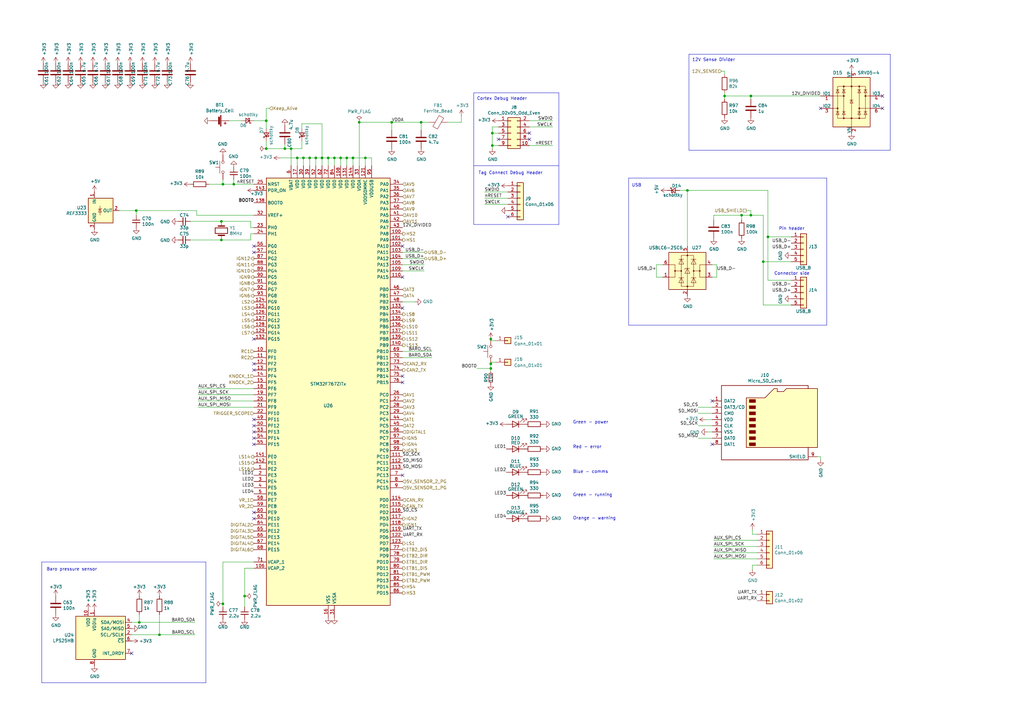
<source format=kicad_sch>
(kicad_sch (version 20230121) (generator eeschema)
  (paper "A3")
  (title_block (title "Polygonus") (date "2024-11-14") (rev "v1.6.1") (comment 2 "rusefi.com/s/proteus"))
  (junction (at 172.72 50.165))
  (junction (at 149.86 64.77))
  (junction (at 201.295 139.065))
  (junction (at 137.16 64.77))
  (junction (at 281.94 78.105))
  (junction (at 91.44 247.65))
  (junction (at 134.62 64.77))
  (junction (at 91.44 75.565))
  (junction (at 124.46 64.77))
  (junction (at 55.88 86.36))
  (junction (at 307.975 88.265))
  (junction (at 90.805 98.425))
  (junction (at 201.93 59.69))
  (junction (at 90.805 90.805))
  (junction (at 119.38 60.96))
  (junction (at 314.96 97.155))
  (junction (at 201.93 54.61))
  (junction (at 304.165 88.265))
  (junction (at 144.78 64.77))
  (junction (at 116.84 60.96))
  (junction (at 129.54 64.77))
  (junction (at 313.055 107.315))
  (junction (at 57.15 255.27))
  (junction (at 147.32 50.165))
  (junction (at 132.08 64.77))
  (junction (at 307.975 39.37))
  (junction (at 160.655 50.165))
  (junction (at 127 64.77))
  (junction (at 142.24 64.77))
  (junction (at 109.22 60.96))
  (junction (at 121.92 64.77))
  (junction (at 109.22 49.53))
  (junction (at 201.295 149.225))
  (junction (at 139.7 64.77))
  (junction (at 65.405 260.35))
  (junction (at 201.295 151.13))
  (junction (at 100.33 244.475))
  (junction (at 95.885 75.565))
  (junction (at 297.18 39.37))
  (no_connect (at 292.1 164.465))
  (no_connect (at 104.14 139.065))
  (no_connect (at 165.1 156.845))
  (no_connect (at 104.14 103.505))
  (no_connect (at 361.95 39.37))
  (no_connect (at 217.17 54.61))
  (no_connect (at 104.14 212.725))
  (no_connect (at 336.55 44.45))
  (no_connect (at 53.975 267.97))
  (no_connect (at 104.14 149.225))
  (no_connect (at 204.47 57.15))
  (no_connect (at 361.95 44.45))
  (no_connect (at 104.14 100.965))
  (no_connect (at 104.14 177.165))
  (no_connect (at 165.1 113.665))
  (no_connect (at 104.14 182.245))
  (no_connect (at 104.14 210.185))
  (no_connect (at 165.1 100.965))
  (no_connect (at 165.1 154.305))
  (no_connect (at 104.14 174.625))
  (no_connect (at 165.1 126.365))
  (no_connect (at 104.14 179.705))
  (no_connect (at 292.1 182.245))
  (no_connect (at 104.14 172.085))
  (no_connect (at 165.1 194.945))
  (no_connect (at 217.17 57.15))
  (no_connect (at 104.14 151.765))
  (no_connect (at 208.28 88.9))
  (wire (pts (xy 313.055 88.265) (xy 307.975 88.265)))
  (wire (pts (xy 90.805 90.805) (xy 78.105 90.805)))
  (wire (pts (xy 109.22 44.45) (xy 109.22 49.53)))
  (wire (pts (xy 124.46 64.77) (xy 124.46 67.945)))
  (wire (pts (xy 100.33 248.92) (xy 100.33 244.475)))
  (wire (pts (xy 204.47 54.61) (xy 201.93 54.61)))
  (wire (pts (xy 109.22 49.53) (xy 109.22 52.705)))
  (wire (pts (xy 104.14 93.345) (xy 102.87 93.345)))
  (polyline (pts (xy 339.09 133.35) (xy 257.81 133.35)))
  (wire (pts (xy 139.7 67.945) (xy 139.7 64.77)))
  (wire (pts (xy 313.055 107.315) (xy 324.485 107.315)))
  (wire (pts (xy 57.15 255.27) (xy 80.01 255.27)))
  (polyline (pts (xy 17.145 280.035) (xy 84.455 280.035)))
  (wire (pts (xy 292.735 224.155) (xy 310.515 224.155)))
  (polyline (pts (xy 17.145 230.505) (xy 17.145 280.035)))
  (wire (pts (xy 137.16 67.945) (xy 137.16 64.77)))
  (wire (pts (xy 129.54 64.77) (xy 129.54 67.945)))
  (wire (pts (xy 123.825 57.785) (xy 123.825 60.96)))
  (wire (pts (xy 297.18 39.37) (xy 307.975 39.37)))
  (wire (pts (xy 116.84 59.055) (xy 116.84 60.96)))
  (polyline (pts (xy 257.81 133.35) (xy 257.81 73.025)))
  (wire (pts (xy 104.14 230.505) (xy 91.44 230.505)))
  (wire (pts (xy 269.24 108.585) (xy 269.24 113.665)))
  (wire (pts (xy 102.87 98.425) (xy 102.87 95.885)))
  (wire (pts (xy 132.08 67.945) (xy 132.08 64.77)))
  (wire (pts (xy 152.4 64.77) (xy 149.86 64.77)))
  (wire (pts (xy 172.72 50.165) (xy 175.895 50.165)))
  (wire (pts (xy 297.18 39.37) (xy 297.18 40.64)))
  (wire (pts (xy 123.825 50.8) (xy 123.825 52.705)))
  (wire (pts (xy 336.55 188.595) (xy 336.55 187.325)))
  (polyline (pts (xy 282.575 61.595) (xy 365.125 61.595)))
  (wire (pts (xy 297.18 29.21) (xy 295.91 29.21)))
  (wire (pts (xy 226.695 59.69) (xy 217.17 59.69)))
  (wire (pts (xy 57.15 252.095) (xy 57.15 255.27)))
  (wire (pts (xy 165.1 146.685) (xy 177.165 146.685)))
  (wire (pts (xy 189.23 50.165) (xy 189.23 47.625)))
  (wire (pts (xy 201.295 148.59) (xy 201.295 149.225)))
  (wire (pts (xy 297.18 30.48) (xy 297.18 29.21)))
  (wire (pts (xy 80.645 88.265) (xy 80.645 86.36)))
  (wire (pts (xy 95.885 75.565) (xy 95.885 73.66)))
  (wire (pts (xy 201.93 59.69) (xy 201.93 54.61)))
  (wire (pts (xy 132.08 64.77) (xy 134.62 64.77)))
  (wire (pts (xy 307.975 39.37) (xy 307.975 40.64)))
  (wire (pts (xy 172.72 50.165) (xy 160.655 50.165)))
  (wire (pts (xy 313.055 107.315) (xy 313.055 88.265)))
  (wire (pts (xy 142.24 64.77) (xy 144.78 64.77)))
  (polyline (pts (xy 365.125 61.595) (xy 365.125 22.225)))
  (wire (pts (xy 104.14 167.005) (xy 81.28 167.005)))
  (polyline (pts (xy 282.575 22.225) (xy 282.575 61.595)))
  (wire (pts (xy 203.2 148.59) (xy 201.295 148.59)))
  (wire (pts (xy 306.07 86.36) (xy 307.975 86.36)))
  (wire (pts (xy 53.975 260.35) (xy 65.405 260.35)))
  (wire (pts (xy 204.47 59.69) (xy 201.93 59.69)))
  (wire (pts (xy 48.895 86.36) (xy 55.88 86.36)))
  (wire (pts (xy 65.405 252.095) (xy 65.405 260.35)))
  (wire (pts (xy 152.4 67.945) (xy 152.4 64.77)))
  (wire (pts (xy 147.32 50.165) (xy 160.655 50.165)))
  (wire (pts (xy 91.44 247.65) (xy 91.44 248.92)))
  (wire (pts (xy 281.94 78.105) (xy 278.765 78.105)))
  (wire (pts (xy 292.1 113.665) (xy 294.005 113.665)))
  (wire (pts (xy 129.54 64.77) (xy 132.08 64.77)))
  (wire (pts (xy 286.385 167.005) (xy 292.1 167.005)))
  (wire (pts (xy 304.165 90.17) (xy 304.165 88.265)))
  (wire (pts (xy 289.56 172.085) (xy 292.1 172.085)))
  (polyline (pts (xy 229.235 67.945) (xy 194.31 67.945)))
  (wire (pts (xy 119.38 60.96) (xy 119.38 67.945)))
  (wire (pts (xy 297.18 38.1) (xy 297.18 39.37)))
  (wire (pts (xy 336.55 187.325) (xy 335.28 187.325)))
  (wire (pts (xy 119.38 60.96) (xy 116.84 60.96)))
  (wire (pts (xy 132.08 50.8) (xy 123.825 50.8)))
  (wire (pts (xy 114.935 64.77) (xy 121.92 64.77)))
  (wire (pts (xy 314.96 114.935) (xy 314.96 97.155)))
  (wire (pts (xy 81.28 161.925) (xy 104.14 161.925)))
  (wire (pts (xy 173.99 103.505) (xy 165.1 103.505)))
  (wire (pts (xy 100.33 233.045) (xy 100.33 244.475)))
  (wire (pts (xy 90.805 90.805) (xy 102.87 90.805)))
  (wire (pts (xy 165.1 106.045) (xy 173.99 106.045)))
  (wire (pts (xy 308.61 233.68) (xy 308.61 231.775)))
  (wire (pts (xy 310.515 229.235) (xy 292.735 229.235)))
  (wire (pts (xy 134.62 67.945) (xy 134.62 64.77)))
  (wire (pts (xy 93.98 49.53) (xy 99.06 49.53)))
  (polyline (pts (xy 194.31 38.1) (xy 194.31 92.075)))
  (wire (pts (xy 201.295 139.7) (xy 201.295 139.065)))
  (wire (pts (xy 104.14 164.465) (xy 81.28 164.465)))
  (wire (pts (xy 281.94 100.965) (xy 281.94 78.105)))
  (wire (pts (xy 170.18 123.825) (xy 165.1 123.825)))
  (wire (pts (xy 144.78 64.77) (xy 144.78 67.945)))
  (wire (pts (xy 65.405 260.35) (xy 80.01 260.35)))
  (wire (pts (xy 201.93 54.61) (xy 201.93 52.07)))
  (wire (pts (xy 313.055 125.095) (xy 324.485 125.095)))
  (wire (pts (xy 203.2 139.7) (xy 201.295 139.7)))
  (wire (pts (xy 127 64.77) (xy 127 67.945)))
  (wire (pts (xy 78.105 98.425) (xy 90.805 98.425)))
  (wire (pts (xy 104.14 88.265) (xy 80.645 88.265)))
  (wire (pts (xy 91.44 230.505) (xy 91.44 247.65)))
  (wire (pts (xy 292.735 221.615) (xy 310.515 221.615)))
  (wire (pts (xy 292.735 88.265) (xy 292.735 90.17)))
  (wire (pts (xy 269.24 113.665) (xy 271.78 113.665)))
  (wire (pts (xy 324.485 97.155) (xy 314.96 97.155)))
  (wire (pts (xy 127 64.77) (xy 129.54 64.77)))
  (wire (pts (xy 116.84 60.96) (xy 109.22 60.96)))
  (polyline (pts (xy 194.31 92.075) (xy 229.235 92.075)))
  (polyline (pts (xy 282.575 22.225) (xy 365.125 22.225)))
  (wire (pts (xy 201.93 59.69) (xy 201.93 60.96)))
  (wire (pts (xy 121.92 64.77) (xy 124.46 64.77)))
  (wire (pts (xy 102.87 93.345) (xy 102.87 90.805)))
  (wire (pts (xy 286.385 169.545) (xy 292.1 169.545)))
  (polyline (pts (xy 257.81 73.025) (xy 339.09 73.025)))
  (wire (pts (xy 81.28 159.385) (xy 104.14 159.385)))
  (wire (pts (xy 314.96 78.105) (xy 281.94 78.105)))
  (wire (pts (xy 290.195 177.165) (xy 292.1 177.165)))
  (wire (pts (xy 160.655 50.165) (xy 160.655 53.34)))
  (wire (pts (xy 201.93 52.07) (xy 204.47 52.07)))
  (wire (pts (xy 208.28 83.82) (xy 198.755 83.82)))
  (wire (pts (xy 132.08 64.77) (xy 132.08 50.8)))
  (wire (pts (xy 308.61 219.075) (xy 310.515 219.075)))
  (polyline (pts (xy 84.455 280.035) (xy 84.455 230.505)))
  (wire (pts (xy 294.005 108.585) (xy 294.005 113.665)))
  (wire (pts (xy 104.14 49.53) (xy 109.22 49.53)))
  (wire (pts (xy 314.96 97.155) (xy 314.96 78.105)))
  (wire (pts (xy 55.88 86.36) (xy 55.88 88.265)))
  (wire (pts (xy 307.975 39.37) (xy 336.55 39.37)))
  (wire (pts (xy 324.485 114.935) (xy 314.96 114.935)))
  (wire (pts (xy 201.295 151.13) (xy 201.295 149.225)))
  (wire (pts (xy 147.32 50.165) (xy 147.32 67.945)))
  (wire (pts (xy 95.885 75.565) (xy 104.14 75.565)))
  (wire (pts (xy 292.1 108.585) (xy 294.005 108.585)))
  (wire (pts (xy 217.17 49.53) (xy 226.695 49.53)))
  (wire (pts (xy 183.515 50.165) (xy 189.23 50.165)))
  (wire (pts (xy 217.17 52.07) (xy 226.695 52.07)))
  (wire (pts (xy 304.165 88.265) (xy 292.735 88.265)))
  (wire (pts (xy 142.24 64.77) (xy 142.24 67.945)))
  (wire (pts (xy 123.825 60.96) (xy 119.38 60.96)))
  (wire (pts (xy 121.92 64.77) (xy 121.92 67.945)))
  (wire (pts (xy 53.975 255.27) (xy 57.15 255.27)))
  (wire (pts (xy 173.99 108.585) (xy 165.1 108.585)))
  (wire (pts (xy 109.22 60.96) (xy 109.22 57.785)))
  (wire (pts (xy 286.385 174.625) (xy 292.1 174.625)))
  (wire (pts (xy 269.24 108.585) (xy 271.78 108.585)))
  (polyline (pts (xy 194.31 38.1) (xy 229.235 38.1)))
  (wire (pts (xy 310.515 226.695) (xy 292.735 226.695)))
  (wire (pts (xy 286.385 179.705) (xy 292.1 179.705)))
  (wire (pts (xy 102.87 95.885) (xy 104.14 95.885)))
  (wire (pts (xy 134.62 64.77) (xy 137.16 64.77)))
  (polyline (pts (xy 229.235 38.1) (xy 229.235 92.075)))
  (wire (pts (xy 172.72 53.34) (xy 172.72 50.165)))
  (wire (pts (xy 308.61 231.775) (xy 310.515 231.775)))
  (wire (pts (xy 55.88 86.36) (xy 80.645 86.36)))
  (wire (pts (xy 308.61 217.17) (xy 308.61 219.075)))
  (wire (pts (xy 201.295 152.4) (xy 201.295 151.13)))
  (wire (pts (xy 173.99 111.125) (xy 165.1 111.125)))
  (wire (pts (xy 149.86 64.77) (xy 149.86 67.945)))
  (wire (pts (xy 91.44 73.66) (xy 91.44 75.565)))
  (wire (pts (xy 90.805 98.425) (xy 102.87 98.425)))
  (wire (pts (xy 91.44 75.565) (xy 95.885 75.565)))
  (polyline (pts (xy 339.09 73.025) (xy 339.09 133.35)))
  (wire (pts (xy 85.725 75.565) (xy 91.44 75.565)))
  (wire (pts (xy 177.165 144.145) (xy 165.1 144.145)))
  (wire (pts (xy 313.055 107.315) (xy 313.055 125.095)))
  (wire (pts (xy 139.7 64.77) (xy 142.24 64.77)))
  (wire (pts (xy 124.46 64.77) (xy 127 64.77)))
  (wire (pts (xy 307.975 88.265) (xy 304.165 88.265)))
  (polyline (pts (xy 84.455 230.505) (xy 17.145 230.505)))
  (wire (pts (xy 110.49 44.45) (xy 109.22 44.45)))
  (wire (pts (xy 137.16 64.77) (xy 139.7 64.77)))
  (wire (pts (xy 198.755 81.28) (xy 208.28 81.28)))
  (wire (pts (xy 144.78 64.77) (xy 149.86 64.77)))
  (wire (pts (xy 100.33 233.045) (xy 104.14 233.045)))
  (wire (pts (xy 201.295 151.13) (xy 195.58 151.13)))
  (wire (pts (xy 208.28 78.74) (xy 198.755 78.74)))
  (wire (pts (xy 307.975 86.36) (xy 307.975 88.265)))
  (text "12V Sense Divider" (at 283.845 25.4 0) (effects (font (size 1.27 1.27)) (justify left bottom)))
  (text "Green - running" (at 234.95 203.835 0) (effects (font (size 1.27 1.27)) (justify left bottom)))
  (text "Green - power" (at 234.95 173.99 0) (effects (font (size 1.27 1.27)) (justify left bottom)))
  (text "Red - error" (at 234.95 184.15 0) (effects (font (size 1.27 1.27)) (justify left bottom)))
  (text "USB" (at 259.08 76.835 0) (effects (font (size 1.27 1.27)) (justify left bottom)))
  (text "Tag Connect Debug Header" (at 196.215 71.755 0) (effects (font (size 1.27 1.27)) (justify left bottom)))
  (text "Blue - comms" (at 234.95 194.31 0) (effects (font (size 1.27 1.27)) (justify left bottom)))
  (text "Orange - warning" (at 234.95 213.36 0) (effects (font (size 1.27 1.27)) (justify left bottom)))
  (text "Connector side" (at 317.5 113.03 0) (effects (font (size 1.27 1.27)) (justify left bottom)))
  (text "Pin header" (at 319.405 94.615 0) (effects (font (size 1.27 1.27)) (justify left bottom)))
  (text "Cortex Debug Header" (at 195.58 41.275 0) (effects (font (size 1.27 1.27)) (justify left bottom)))
  (text "Baro pressure sensor" (at 19.05 234.315 0) (effects (font (size 1.27 1.27)) (justify left bottom)))
  (label "UART_RX" (at 310.515 246.38 180))
  (label "UART_TX" (at 165.1 217.805 0))
  (label "AUX_SPI_MISO" (at 292.735 226.695 0))
  (label "12V_DIVIDED" (at 165.1 93.345 0))
  (label "USB_D+" (at 173.99 106.045 180))
  (label "USB_D-" (at 324.485 99.695 180))
  (label "BARO_SCL" (at 80.01 260.35 180))
  (label "SD_SCK" (at 286.385 174.625 180))
  (label "SD_SCK" (at 165.1 187.325 0))
  (label "AUX_SPI_CS" (at 81.28 159.385 0))
  (label "BOOT0" (at 195.58 151.13 180))
  (label "SD_CS" (at 165.1 210.185 0))
  (label "LED4" (at 104.14 202.565 180))
  (label "USB_D+" (at 324.485 102.235 180))
  (label "SWDIO" (at 226.695 49.53 180))
  (label "SD_MOSI" (at 165.1 192.405 0))
  (label "SWDIO" (at 173.99 108.585 180))
  (label "USB_D+" (at 324.485 120.015 180))
  (label "LED1" (at 207.645 184.15 180))
  (label "AUX_SPI_MOSI" (at 292.735 229.235 0))
  (label "LED2" (at 104.14 197.485 180))
  (label "SD_MOSI" (at 286.385 169.545 180))
  (label "BARO_SDA" (at 80.01 255.27 180))
  (label "BARO_SDA" (at 177.165 146.685 180))
  (label "LED3" (at 207.645 203.2 180))
  (label "nRESET" (at 198.755 81.28 0))
  (label "SWCLK" (at 226.695 52.07 180))
  (label "VDDA" (at 160.655 50.165 0))
  (label "SWCLK" (at 198.755 83.82 0))
  (label "nRESET" (at 97.155 75.565 0))
  (label "AUX_SPI_MISO" (at 81.28 164.465 0))
  (label "BOOT0" (at 104.14 83.185 180))
  (label "USB_D-" (at 173.99 103.505 180))
  (label "USB_D-" (at 324.485 117.475 180))
  (label "BARO_SCL" (at 177.165 144.145 180))
  (label "SWCLK" (at 173.99 111.125 180))
  (label "nRESET" (at 226.695 59.69 180))
  (label "USB_D-" (at 294.005 111.125 0))
  (label "LED1" (at 104.14 194.945 180))
  (label "SD_CS" (at 286.385 167.005 180))
  (label "BOOT0" (at 104.14 83.185 180))
  (label "AUX_SPI_SCK" (at 292.735 224.155 0))
  (label "AUX_SPI_MOSI" (at 81.28 167.005 0))
  (label "12V_DIVIDED" (at 336.55 39.37 180))
  (label "SWDIO" (at 198.755 78.74 0))
  (label "USB_D+" (at 269.24 111.125 180))
  (label "UART_TX" (at 310.515 243.84 180))
  (label "LED3" (at 104.14 200.025 180))
  (label "AUX_SPI_CS" (at 292.735 221.615 0))
  (label "LED2" (at 207.645 193.675 180))
  (label "AUX_SPI_SCK" (at 81.28 161.925 0))
  (label "LED4" (at 207.645 212.725 180))
  (label "UART_RX" (at 165.1 220.345 0))
  (label "SD_MISO" (at 165.1 189.865 0))
  (label "SD_MISO" (at 286.385 179.705 180))
  (hierarchical_label "DIGITAL1" (shape input) (at 165.1 177.165 0))
  (hierarchical_label "KNOCK_2" (shape input) (at 104.14 156.845 180))
  (hierarchical_label "AT3" (shape input) (at 165.1 118.745 0))
  (hierarchical_label "LS7" (shape output) (at 104.14 136.525 180))
  (hierarchical_label "IGN1" (shape output) (at 165.1 215.265 0))
  (hierarchical_label "AV10" (shape input) (at 165.1 88.265 0))
  (hierarchical_label "5V_SENSOR_2_PG" (shape input) (at 165.1 197.485 0))
  (hierarchical_label "ETB1_DIS" (shape output) (at 165.1 233.045 0))
  (hierarchical_label "IGN11" (shape output) (at 104.14 108.585 180))
  (hierarchical_label "DIGITAL4" (shape input) (at 104.14 222.885 180))
  (hierarchical_label "AV6" (shape input) (at 165.1 78.105 0))
  (hierarchical_label "AV3" (shape input) (at 165.1 167.005 0))
  (hierarchical_label "AV8" (shape input) (at 165.1 83.185 0))
  (hierarchical_label "IGN6" (shape output) (at 104.14 121.285 180))
  (hierarchical_label "AV4" (shape input) (at 165.1 169.545 0))
  (hierarchical_label "AT4" (shape input) (at 165.1 121.285 0))
  (hierarchical_label "AV7" (shape input) (at 165.1 80.645 0))
  (hierarchical_label "DIGITAL5" (shape input) (at 104.14 220.345 180))
  (hierarchical_label "LS4" (shape output) (at 104.14 128.905 180))
  (hierarchical_label "IGN2" (shape output) (at 165.1 212.725 0))
  (hierarchical_label "ETB1_DIR" (shape output) (at 165.1 230.505 0))
  (hierarchical_label "CAN2_TX" (shape output) (at 165.1 151.765 0))
  (hierarchical_label "IGN10" (shape output) (at 104.14 111.125 180))
  (hierarchical_label "IGN5" (shape output) (at 165.1 179.705 0))
  (hierarchical_label "LS5" (shape output) (at 104.14 131.445 180))
  (hierarchical_label "CAN_RX" (shape input) (at 165.1 205.105 0))
  (hierarchical_label "RC1" (shape input) (at 104.14 144.145 180))
  (hierarchical_label "IGN12" (shape output) (at 104.14 106.045 180))
  (hierarchical_label "LS13" (shape output) (at 165.1 141.605 0))
  (hierarchical_label "HS4" (shape output) (at 165.1 240.665 0))
  (hierarchical_label "USB_D-" (shape bidirectional) (at 173.99 103.505 0))
  (hierarchical_label "AV11" (shape input) (at 165.1 90.805 0))
  (hierarchical_label "HS2" (shape output) (at 165.1 95.885 0))
  (hierarchical_label "USB_D+" (shape bidirectional) (at 173.99 106.045 0))
  (hierarchical_label "LS15" (shape output) (at 104.14 189.865 180))
  (hierarchical_label "LS8" (shape output) (at 165.1 128.905 0))
  (hierarchical_label "HS1" (shape output) (at 165.1 98.425 0))
  (hierarchical_label "DIGITAL6" (shape input) (at 104.14 225.425 180))
  (hierarchical_label "IGN3" (shape output) (at 165.1 184.785 0))
  (hierarchical_label "VR_2" (shape input) (at 104.14 207.645 180))
  (hierarchical_label "CAN2_RX" (shape input) (at 165.1 149.225 0))
  (hierarchical_label "LS11" (shape output) (at 165.1 136.525 0))
  (hierarchical_label "KNOCK_1" (shape input) (at 104.14 154.305 180))
  (hierarchical_label "LS6" (shape output) (at 104.14 133.985 180))
  (hierarchical_label "CAN_TX" (shape output) (at 165.1 207.645 0))
  (hierarchical_label "ETB2_DIS" (shape output) (at 165.1 225.425 0))
  (hierarchical_label "LS14" (shape output) (at 104.14 187.325 180))
  (hierarchical_label "12V_SENSE" (shape input) (at 295.91 29.21 180))
  (hierarchical_label "LS1" (shape output) (at 165.1 222.885 0))
  (hierarchical_label "LS9" (shape output) (at 165.1 131.445 0))
  (hierarchical_label "IGN9" (shape output) (at 104.14 113.665 180))
  (hierarchical_label "AV5" (shape input) (at 165.1 75.565 0))
  (hierarchical_label "LS12" (shape output) (at 165.1 139.065 0))
  (hierarchical_label "LS2" (shape output) (at 104.14 123.825 180))
  (hierarchical_label "AV2" (shape input) (at 165.1 164.465 0))
  (hierarchical_label "HS3" (shape output) (at 165.1 243.205 0))
  (hierarchical_label "DIGITAL2" (shape input) (at 104.14 215.265 180))
  (hierarchical_label "Keep_Alive" (shape input) (at 110.49 44.45 0))
  (hierarchical_label "LS16" (shape output) (at 104.14 192.405 180))
  (hierarchical_label "5V_SENSOR_1_PG" (shape input) (at 165.1 200.025 0))
  (hierarchical_label "VR_1" (shape input) (at 104.14 205.105 180))
  (hierarchical_label "AT2" (shape input) (at 165.1 174.625 0))
  (hierarchical_label "IGN8" (shape output) (at 104.14 116.205 180))
  (hierarchical_label "IGN7" (shape output) (at 104.14 118.745 180))
  (hierarchical_label "ETB2_PWM" (shape output) (at 165.1 238.125 0))
  (hierarchical_label "LS3" (shape output) (at 104.14 126.365 180))
  (hierarchical_label "RC2" (shape input) (at 104.14 146.685 180))
  (hierarchical_label "USB_SHIELD" (shape passive) (at 306.07 86.36 180))
  (hierarchical_label "ETB2_DIR" (shape output) (at 165.1 227.965 0))
  (hierarchical_label "LS10" (shape output) (at 165.1 133.985 0))
  (hierarchical_label "IGN4" (shape output) (at 165.1 182.245 0))
  (hierarchical_label "AV1" (shape input) (at 165.1 161.925 0))
  (hierarchical_label "ETB1_PWM" (shape output) (at 165.1 235.585 0))
  (hierarchical_label "AT1" (shape input) (at 165.1 172.085 0))
  (hierarchical_label "AV9" (shape input) (at 165.1 85.725 0))
  (hierarchical_label "DIGITAL3" (shape input) (at 104.14 217.805 180))
  (hierarchical_label "TRIGGER_SCOPE" (shape input) (at 104.14 169.545 180))
  (symbol (lib_id "MCU_ST_STM32F7:STM32F767ZITx") (at 134.62 161.925 0) (unit 1)
    (property "Reference" "U26" (at 134.62 166.37 0))
    (property "Value" "STM32F767ZITx" (at 134.62 157.48 0))
    (property "Footprint" "Package_QFP:LQFP-144_20x20mm_P0.5mm" (effects hide))
    (property "Datasheet" "https://www.st.com/resource/en/datasheet/stm32f767zi.pdf" (effects hide))
    (property "PN" "STM32F767ZIT6" (effects hide))
    (property "LCSC" "C90235" (effects hide))
  )
  (symbol (lib_id "Device:C") (at 43.18 29.845 0) (mirror x) (unit 1)
    (property "Reference" "C67" (at 44.45 31.115 90) (effects (justify left)))
    (property "Value" "100n" (at 44.45 25.4 90) (effects (justify left)))
    (property "Footprint" "Capacitor_SMD:C_0603_1608Metric" (effects hide))
    (property "LCSC" "C14663" (effects hide))
    (property "LCSC_ext" "0" (effects hide))
  )
  (symbol (lib_id "Device:C") (at 48.26 29.845 0) (mirror x) (unit 1)
    (property "Reference" "C68" (at 49.53 31.115 90) (effects (justify left)))
    (property "Value" "100n" (at 49.53 25.4 90) (effects (justify left)))
    (property "Footprint" "Capacitor_SMD:C_0603_1608Metric" (effects hide))
    (property "LCSC" "C14663" (effects hide))
    (property "LCSC_ext" "0" (effects hide))
  )
  (symbol (lib_id "Device:C") (at 53.34 29.845 0) (mirror x) (unit 1)
    (property "Reference" "C69" (at 54.61 31.115 90) (effects (justify left)))
    (property "Value" "100n" (at 54.61 25.4 90) (effects (justify left)))
    (property "Footprint" "Capacitor_SMD:C_0603_1608Metric" (effects hide))
    (property "LCSC" "C14663" (effects hide))
    (property "LCSC_ext" "0" (effects hide))
  )
  (symbol (lib_id "Device:C") (at 58.42 29.845 0) (mirror x) (unit 1)
    (property "Reference" "C71" (at 59.69 31.115 90) (effects (justify left)))
    (property "Value" "100n" (at 59.69 25.4 90) (effects (justify left)))
    (property "Footprint" "Capacitor_SMD:C_0603_1608Metric" (effects hide))
    (property "LCSC" "C14663" (effects hide))
    (property "LCSC_ext" "0" (effects hide))
  )
  (symbol (lib_id "Device:C") (at 63.5 29.845 0) (mirror x) (unit 1)
    (property "Reference" "C72" (at 64.77 31.115 90) (effects (justify left)))
    (property "Value" "4.7u" (at 64.77 25.4 90) (effects (justify left)))
    (property "Footprint" "Capacitor_SMD:C_0603_1608Metric" (effects hide))
    (property "PN" "CGA3E2X7R1H103M080AA" (effects hide))
    (property "LCSC" "C19666" (effects hide))
    (property "LCSC_ext" "0" (effects hide))
  )
  (symbol (lib_id "Device:C") (at 68.58 29.845 0) (mirror x) (unit 1)
    (property "Reference" "C73" (at 69.85 31.115 90) (effects (justify left)))
    (property "Value" "100n" (at 69.85 25.4 90) (effects (justify left)))
    (property "Footprint" "Capacitor_SMD:C_0603_1608Metric" (effects hide))
    (property "LCSC" "C14663" (effects hide))
    (property "LCSC_ext" "0" (effects hide))
  )
  (symbol (lib_id "power:GND") (at 22.86 33.655 0) (mirror y) (unit 1)
    (property "Reference" "#PWR0145" (effects hide))
    (property "Value" "GND" (effects hide))
  )
  (symbol (lib_id "power:GND") (at 27.94 33.655 0) (mirror y) (unit 1)
    (property "Reference" "#PWR0149" (effects hide))
    (property "Value" "GND" (effects hide))
  )
  (symbol (lib_id "power:GND") (at 33.02 33.655 0) (mirror y) (unit 1)
    (property "Reference" "#PWR0151" (effects hide))
    (property "Value" "GND" (effects hide))
  )
  (symbol (lib_id "power:GND") (at 38.1 33.655 0) (mirror y) (unit 1)
    (property "Reference" "#PWR0154" (effects hide))
    (property "Value" "GND" (effects hide))
  )
  (symbol (lib_id "power:GND") (at 43.18 33.655 0) (mirror y) (unit 1)
    (property "Reference" "#PWR0160" (effects hide))
    (property "Value" "GND" (effects hide))
  )
  (symbol (lib_id "power:GND") (at 48.26 33.655 0) (mirror y) (unit 1)
    (property "Reference" "#PWR0162" (effects hide))
    (property "Value" "GND" (effects hide))
  )
  (symbol (lib_id "power:GND") (at 53.34 33.655 0) (mirror y) (unit 1)
    (property "Reference" "#PWR0164" (effects hide))
    (property "Value" "GND" (effects hide))
  )
  (symbol (lib_id "power:GND") (at 58.42 33.655 0) (mirror y) (unit 1)
    (property "Reference" "#PWR0170" (effects hide))
    (property "Value" "GND" (effects hide))
  )
  (symbol (lib_id "power:GND") (at 63.5 33.655 0) (mirror y) (unit 1)
    (property "Reference" "#PWR0172" (effects hide))
    (property "Value" "GND" (effects hide))
  )
  (symbol (lib_id "power:GND") (at 68.58 33.655 0) (mirror y) (unit 1)
    (property "Reference" "#PWR0175" (effects hide))
    (property "Value" "GND" (effects hide))
  )
  (symbol (lib_id "Device:C") (at 78.105 29.845 180) (unit 1)
    (property "Reference" "C76" (at 76.835 31.115 90) (effects (justify left)))
    (property "Value" "4.7u" (at 76.835 25.4 90) (effects (justify left)))
    (property "Footprint" "Capacitor_SMD:C_0603_1608Metric" (effects hide))
    (property "PN" "CGA3E2X7R1H103M080AA" (effects hide))
    (property "LCSC" "C19666" (effects hide))
    (property "LCSC_ext" "0" (effects hide))
  )
  (symbol (lib_id "power:GND") (at 78.105 33.655 0) (unit 1)
    (property "Reference" "#PWR0180" (effects hide))
    (property "Value" "GND" (effects hide))
  )
  (symbol (lib_id "Device:LED") (at 211.455 173.99 180) (unit 1)
    (property "Reference" "D9" (at 211.455 168.91 0))
    (property "Value" "GREEN" (at 211.455 170.815 0))
    (property "Footprint" "LED_SMD:LED_0603_1608Metric_Castellated" (effects hide))
    (property "LCSC" "C72043" (effects hide))
    (property "LCSC_ext" "0" (effects hide))
  )
  (symbol (lib_id "power:+3.3V") (at 207.645 173.99 90) (unit 1)
    (property "Reference" "#PWR0198" (effects hide))
    (property "Value" "+3.3V" (at 204.3938 173.609 90) (effects (justify left)))
  )
  (symbol (lib_id "Device:R") (at 219.075 173.99 270) (unit 1)
    (property "Reference" "R91" (at 219.075 168.7322 90))
    (property "Value" "330" (at 219.075 171.0436 90))
    (property "Footprint" "Resistor_SMD:R_0402_1005Metric" (effects hide))
    (property "LCSC" "C25104" (effects hide))
  )
  (symbol (lib_id "power:GND") (at 222.885 173.99 90) (unit 1)
    (property "Reference" "#PWR0201" (effects hide))
    (property "Value" "GND" (at 226.1362 173.863 90) (effects (justify right)))
  )
  (symbol (lib_id "Switch:SW_Push") (at 91.44 68.58 90) (unit 1)
    (property "Reference" "SW1" (at 85.725 66.675 90) (effects (justify right)))
    (property "Value" "SW_Push" (effects hide))
    (property "Footprint" "Button_Switch_SMD:SW_SPST_EVQQ2" (effects hide))
    (property "LCSC" "C318887" (effects hide))
    (property "LCSC_ext" "1" (effects hide))
  )
  (symbol (lib_id "power:GND") (at 91.44 63.5 180) (unit 1)
    (property "Reference" "#PWR0184" (effects hide))
    (property "Value" "GND" (at 91.313 59.1058 0))
  )
  (symbol (lib_id "power:+3.3V") (at 104.14 78.105 90) (unit 1)
    (property "Reference" "#PWR0186" (effects hide))
    (property "Value" "+3.3V" (at 107.95 79.375 90) (effects (justify left)))
  )
  (symbol (lib_id "power:+3.3V") (at 114.935 64.77 90) (unit 1)
    (property "Reference" "#PWR0187" (effects hide))
    (property "Value" "+3.3V" (at 111.6838 64.389 90) (effects (justify left)))
  )
  (symbol (lib_id "Device:Ferrite_Bead") (at 179.705 50.165 270) (unit 1)
    (property "Reference" "FB1" (at 179.705 43.2054 90))
    (property "Value" "Ferrite_Bead" (at 179.705 45.5168 90))
    (property "Footprint" "Inductor_SMD:L_0805_2012Metric" (effects hide))
    (property "LCSC" "C1015" (effects hide))
    (property "LCSC_ext" "0" (effects hide))
  )
  (symbol (lib_id "Device:C") (at 172.72 57.15 0) (unit 1)
    (property "Reference" "C82" (at 175.641 55.9816 0) (effects (justify left)))
    (property "Value" "4.7u" (at 175.641 58.293 0) (effects (justify left)))
    (property "Footprint" "Capacitor_SMD:C_0603_1608Metric" (effects hide))
    (property "LCSC" "C19666" (effects hide))
    (property "LCSC_ext" "0" (effects hide))
  )
  (symbol (lib_id "Device:C") (at 160.655 57.15 0) (unit 1)
    (property "Reference" "C81" (at 163.576 55.9816 0) (effects (justify left)))
    (property "Value" "100n" (at 163.576 58.293 0) (effects (justify left)))
    (property "Footprint" "Capacitor_SMD:C_0603_1608Metric" (effects hide))
    (property "LCSC" "C14663" (effects hide))
    (property "LCSC_ext" "0" (effects hide))
  )
  (symbol (lib_id "power:GND") (at 160.655 60.96 0) (unit 1)
    (property "Reference" "#PWR0190" (effects hide))
    (property "Value" "GND" (at 160.782 65.3542 0))
  )
  (symbol (lib_id "power:GND") (at 172.72 60.96 0) (unit 1)
    (property "Reference" "#PWR0192" (effects hide))
    (property "Value" "GND" (at 172.847 65.3542 0))
  )
  (symbol (lib_id "Device:C") (at 17.78 29.845 0) (mirror x) (unit 1)
    (property "Reference" "C61" (at 19.05 31.115 90) (effects (justify left)))
    (property "Value" "100n" (at 19.05 25.4 90) (effects (justify left)))
    (property "Footprint" "Capacitor_SMD:C_0603_1608Metric" (effects hide))
    (property "LCSC" "C14663" (effects hide))
    (property "LCSC_ext" "0" (effects hide))
  )
  (symbol (lib_id "Device:C") (at 22.86 29.845 0) (mirror x) (unit 1)
    (property "Reference" "C62" (at 24.13 31.115 90) (effects (justify left)))
    (property "Value" "100n" (at 24.13 25.4 90) (effects (justify left)))
    (property "Footprint" "Capacitor_SMD:C_0603_1608Metric" (effects hide))
    (property "LCSC" "C14663" (effects hide))
    (property "LCSC_ext" "0" (effects hide))
  )
  (symbol (lib_id "Device:C") (at 27.94 29.845 0) (mirror x) (unit 1)
    (property "Reference" "C64" (at 29.21 31.115 90) (effects (justify left)))
    (property "Value" "100n" (at 29.21 25.4 90) (effects (justify left)))
    (property "Footprint" "Capacitor_SMD:C_0603_1608Metric" (effects hide))
    (property "LCSC" "C14663" (effects hide))
    (property "LCSC_ext" "0" (effects hide))
  )
  (symbol (lib_id "Device:C") (at 33.02 29.845 0) (mirror x) (unit 1)
    (property "Reference" "C65" (at 34.29 31.115 90) (effects (justify left)))
    (property "Value" "4.7u" (at 34.29 25.4 90) (effects (justify left)))
    (property "Footprint" "Capacitor_SMD:C_0603_1608Metric" (effects hide))
    (property "PN" "CGA3E2X7R1H103M080AA" (effects hide))
    (property "LCSC" "C19666" (effects hide))
    (property "LCSC_ext" "0" (effects hide))
  )
  (symbol (lib_id "Device:C") (at 38.1 29.845 0) (mirror x) (unit 1)
    (property "Reference" "C66" (at 39.37 31.115 90) (effects (justify left)))
    (property "Value" "4.7u" (at 39.37 25.4 90) (effects (justify left)))
    (property "Footprint" "Capacitor_SMD:C_0603_1608Metric" (effects hide))
    (property "PN" "CGA3E2X7R1H103M080AA" (effects hide))
    (property "LCSC" "C19666" (effects hide))
    (property "LCSC_ext" "0" (effects hide))
  )
  (symbol (lib_id "power:GND") (at 17.78 33.655 0) (mirror y) (unit 1)
    (property "Reference" "#PWR0143" (effects hide))
    (property "Value" "GND" (effects hide))
  )
  (symbol (lib_id "Device:C_Small") (at 55.88 90.805 0) (unit 1)
    (property "Reference" "C70" (at 58.2168 89.6366 0) (effects (justify left)))
    (property "Value" "100n" (at 58.2168 91.948 0) (effects (justify left)))
    (property "Footprint" "Capacitor_SMD:C_0603_1608Metric" (effects hide))
    (property "LCSC" "C14663" (effects hide))
    (property "LCSC_ext" "0" (effects hide))
  )
  (symbol (lib_id "Device:C_Small") (at 100.33 251.46 0) (unit 1)
    (property "Reference" "C78" (at 102.6668 250.2916 0) (effects (justify left)))
    (property "Value" "2.2u" (at 102.6668 252.603 0) (effects (justify left)))
    (property "Footprint" "Capacitor_SMD:C_0603_1608Metric" (effects hide))
    (property "LCSC" "C23630" (effects hide))
    (property "LCSC_ext" "0" (effects hide))
  )
  (symbol (lib_id "Device:C_Small") (at 91.44 251.46 0) (unit 1)
    (property "Reference" "C77" (at 93.7768 250.2916 0) (effects (justify left)))
    (property "Value" "2.2u" (at 93.7768 252.603 0) (effects (justify left)))
    (property "Footprint" "Capacitor_SMD:C_0603_1608Metric" (effects hide))
    (property "LCSC" "C23630" (effects hide))
    (property "LCSC_ext" "0" (effects hide))
  )
  (symbol (lib_id "power:GND") (at 100.33 254 0) (unit 1)
    (property "Reference" "#PWR0182" (effects hide))
    (property "Value" "GND" (at 100.33 257.175 0))
  )
  (symbol (lib_id "power:GND") (at 91.44 254 0) (unit 1)
    (property "Reference" "#PWR0178" (effects hide))
    (property "Value" "GND" (at 91.44 257.175 0))
  )
  (symbol (lib_id "power:+3.3V") (at 189.23 47.625 0) (unit 1)
    (property "Reference" "#PWR0193" (effects hide))
    (property "Value" "+3.3V" (at 189.611 43.2308 0))
  )
  (symbol (lib_id "Device:C_Small") (at 95.885 71.12 0) (unit 1)
    (property "Reference" "C79" (at 98.2218 69.9516 0) (effects (justify left)))
    (property "Value" "100n" (at 98.2218 72.263 0) (effects (justify left)))
    (property "Footprint" "Capacitor_SMD:C_0603_1608Metric" (effects hide))
    (property "LCSC" "C14663" (effects hide))
    (property "LCSC_ext" "0" (effects hide))
  )
  (symbol (lib_id "Device:R") (at 81.915 75.565 270) (unit 1)
    (property "Reference" "R89" (at 81.915 70.3072 90))
    (property "Value" "10k" (at 81.915 72.6186 90))
    (property "Footprint" "Resistor_SMD:R_0402_1005Metric" (effects hide))
    (property "LCSC" "C25744" (effects hide))
    (property "LCSC_ext" "0" (effects hide))
  )
  (symbol (lib_id "power:+3.3V") (at 78.105 75.565 90) (unit 1)
    (property "Reference" "#PWR0181" (effects hide))
    (property "Value" "+3.3V" (at 74.8538 75.184 90) (effects (justify left)))
  )
  (symbol (lib_id "power:GND") (at 95.885 68.58 180) (unit 1)
    (property "Reference" "#PWR0185" (effects hide))
    (property "Value" "GND" (at 95.758 64.1858 0))
  )
  (symbol (lib_id "Device:C_Small") (at 75.565 90.805 270) (unit 1)
    (property "Reference" "C74" (at 75.565 88.265 90))
    (property "Value" "33p" (at 75.565 93.345 90))
    (property "Footprint" "Capacitor_SMD:C_0402_1005Metric" (effects hide))
    (property "LCSC" "C1562" (effects hide))
    (property "LCSC_ext" "0" (effects hide))
  )
  (symbol (lib_id "Device:C_Small") (at 75.565 98.425 270) (unit 1)
    (property "Reference" "C75" (at 75.565 95.885 90))
    (property "Value" "33p" (at 75.565 100.965 90))
    (property "Footprint" "Capacitor_SMD:C_0402_1005Metric" (effects hide))
    (property "LCSC" "C1562" (effects hide))
    (property "LCSC_ext" "0" (effects hide))
  )
  (symbol (lib_id "power:GND") (at 73.025 90.805 270) (unit 1)
    (property "Reference" "#PWR0176" (effects hide))
    (property "Value" "GND" (at 69.7738 90.932 90) (effects (justify right)))
  )
  (symbol (lib_id "power:GND") (at 73.025 98.425 270) (unit 1)
    (property "Reference" "#PWR0177" (effects hide))
    (property "Value" "GND" (at 69.7738 98.552 90) (effects (justify right)))
  )
  (symbol (lib_id "Connector_Generic:Conn_02x05_Odd_Even") (at 209.55 54.61 0) (unit 1)
    (property "Reference" "J8" (at 210.82 44.0182 0))
    (property "Value" "Conn_02x05_Odd_Even" (at 210.82 46.3296 0))
    (property "Footprint" "Connector_PinHeader_1.27mm:PinHeader_2x05_P1.27mm_Vertical_SMD" (effects hide))
    (property "PN" "FTSH-105-01-F-DV-007-K" (effects hide))
    (property "LCSC" "N/A" (effects hide))
  )
  (symbol (lib_id "power:GND") (at 201.93 60.96 0) (unit 1)
    (property "Reference" "#PWR0196" (effects hide))
    (property "Value" "GND" (at 202.057 65.3542 0))
  )
  (symbol (lib_id "power:+3.3V") (at 204.47 49.53 90) (unit 1)
    (property "Reference" "#PWR0197" (effects hide))
    (property "Value" "+3.3V" (at 201.2188 49.149 90) (effects (justify left)))
  )
  (symbol (lib_id "Device:C") (at 292.735 93.98 0) (unit 1)
    (property "Reference" "C83" (at 295.656 92.8116 0) (effects (justify left)))
    (property "Value" "100n" (at 295.656 95.123 0) (effects (justify left)))
    (property "Footprint" "Capacitor_SMD:C_0603_1608Metric" (effects hide))
    (property "LCSC" "C14663" (effects hide))
    (property "LCSC_ext" "0" (effects hide))
  )
  (symbol (lib_id "Device:R") (at 304.165 93.98 0) (unit 1)
    (property "Reference" "R98" (at 305.943 92.8116 0) (effects (justify left)))
    (property "Value" "100k" (at 305.943 95.123 0) (effects (justify left)))
    (property "Footprint" "Resistor_SMD:R_0402_1005Metric" (effects hide))
    (property "LCSC" "C25741" (effects hide))
    (property "LCSC_ext" "0" (effects hide))
  )
  (symbol (lib_id "power:GND") (at 304.165 97.79 0) (unit 1)
    (property "Reference" "#PWR0212" (effects hide))
    (property "Value" "GND" (at 304.292 102.1842 0))
  )
  (symbol (lib_id "power:GND") (at 292.735 97.79 0) (unit 1)
    (property "Reference" "#PWR0210" (effects hide))
    (property "Value" "GND" (at 292.862 102.1842 0))
  )
  (symbol (lib_id "Device:R") (at 297.18 34.29 0) (unit 1)
    (property "Reference" "R96" (at 298.958 33.1216 0) (effects (justify left)))
    (property "Value" "82k" (at 298.958 35.433 0) (effects (justify left)))
    (property "Footprint" "Resistor_SMD:R_0603_1608Metric" (effects hide))
    (property "LCSC" "C23254" (effects hide))
    (property "LCSC_ext" "0" (effects hide))
  )
  (symbol (lib_id "Device:R") (at 297.18 44.45 0) (unit 1)
    (property "Reference" "R97" (at 298.958 43.2816 0) (effects (justify left)))
    (property "Value" "10k" (at 298.958 45.593 0) (effects (justify left)))
    (property "Footprint" "Resistor_SMD:R_0402_1005Metric" (effects hide))
    (property "LCSC" "C25744" (effects hide))
    (property "LCSC_ext" "0" (effects hide))
  )
  (symbol (lib_id "power:GND") (at 297.18 48.26 0) (unit 1)
    (property "Reference" "#PWR0211" (effects hide))
    (property "Value" "GND" (at 297.307 52.6542 0))
  )
  (symbol (lib_id "Device:LED") (at 211.455 184.15 180) (unit 1)
    (property "Reference" "D10" (at 211.455 179.705 0))
    (property "Value" "RED" (at 211.455 181.61 0))
    (property "Footprint" "LED_SMD:LED_0603_1608Metric_Castellated" (effects hide))
    (property "LCSC" "C2286" (effects hide))
    (property "LCSC_ext" "0" (effects hide))
  )
  (symbol (lib_id "Device:R") (at 219.075 184.15 270) (unit 1)
    (property "Reference" "R92" (at 219.075 178.8922 90))
    (property "Value" "330" (at 219.075 181.2036 90))
    (property "Footprint" "Resistor_SMD:R_0402_1005Metric" (effects hide))
    (property "LCSC" "C25104" (effects hide))
  )
  (symbol (lib_id "power:GND") (at 222.885 184.15 90) (unit 1)
    (property "Reference" "#PWR0202" (effects hide))
    (property "Value" "GND" (at 226.1362 184.023 90) (effects (justify right)))
  )
  (symbol (lib_id "power:GND") (at 349.25 54.61 0) (unit 1)
    (property "Reference" "#PWR0220" (effects hide))
    (property "Value" "GND" (at 349.377 59.0042 0))
  )
  (symbol (lib_id "power:+3.3V") (at 349.25 29.21 0) (unit 1)
    (property "Reference" "#PWR0219" (effects hide))
    (property "Value" "+3.3V" (at 349.631 24.8158 0))
  )
  (symbol (lib_id "Device:LED") (at 211.455 193.675 180) (unit 1)
    (property "Reference" "D11" (at 211.455 189.23 0))
    (property "Value" "BLUE" (at 211.455 191.135 0))
    (property "Footprint" "LED_SMD:LED_0603_1608Metric_Castellated" (effects hide))
    (property "LCSC" "C72041" (effects hide))
    (property "LCSC_ext" "0" (effects hide))
  )
  (symbol (lib_id "Device:R") (at 219.075 193.675 270) (unit 1)
    (property "Reference" "R93" (at 219.075 188.4172 90))
    (property "Value" "330" (at 219.075 190.7286 90))
    (property "Footprint" "Resistor_SMD:R_0402_1005Metric" (effects hide))
    (property "LCSC" "C25104" (effects hide))
  )
  (symbol (lib_id "power:GND") (at 222.885 193.675 90) (unit 1)
    (property "Reference" "#PWR0203" (effects hide))
    (property "Value" "GND" (at 226.1362 193.548 90) (effects (justify right)))
  )
  (symbol (lib_id "Device:LED") (at 211.455 203.2 180) (unit 1)
    (property "Reference" "D12" (at 211.455 198.755 0))
    (property "Value" "GREEN" (at 211.455 200.66 0))
    (property "Footprint" "LED_SMD:LED_0603_1608Metric_Castellated" (effects hide))
    (property "LCSC" "C72043" (effects hide))
    (property "LCSC_ext" "0" (effects hide))
  )
  (symbol (lib_id "Device:R") (at 219.075 203.2 270) (unit 1)
    (property "Reference" "R94" (at 219.075 197.9422 90))
    (property "Value" "330" (at 219.075 200.2536 90))
    (property "Footprint" "Resistor_SMD:R_0402_1005Metric" (effects hide))
    (property "LCSC" "C25104" (effects hide))
  )
  (symbol (lib_id "power:GND") (at 222.885 203.2 90) (unit 1)
    (property "Reference" "#PWR0204" (effects hide))
    (property "Value" "GND" (at 226.1362 203.073 90) (effects (justify right)))
  )
  (symbol (lib_id "Device:LED") (at 211.455 212.725 180) (unit 1)
    (property "Reference" "D13" (at 211.455 208.28 0))
    (property "Value" "ORANGE" (at 211.455 210.185 0))
    (property "Footprint" "LED_SMD:LED_0603_1608Metric_Castellated" (effects hide))
    (property "LCSC" "C72038" (effects hide))
    (property "LCSC_ext" "0" (effects hide))
  )
  (symbol (lib_id "Device:R") (at 219.075 212.725 270) (unit 1)
    (property "Reference" "R95" (at 219.075 207.4672 90))
    (property "Value" "330" (at 219.075 209.7786 90))
    (property "Footprint" "Resistor_SMD:R_0402_1005Metric" (effects hide))
    (property "LCSC" "C25104" (effects hide))
  )
  (symbol (lib_id "power:GND") (at 222.885 212.725 90) (unit 1)
    (property "Reference" "#PWR0205" (effects hide))
    (property "Value" "GND" (at 226.1362 212.598 90) (effects (justify right)))
  )
  (symbol (lib_id "Device:C") (at 307.975 44.45 0) (unit 1)
    (property "Reference" "C84" (at 310.896 43.2816 0) (effects (justify left)))
    (property "Value" "1u" (at 310.896 45.593 0) (effects (justify left)))
    (property "Footprint" "Capacitor_SMD:C_0603_1608Metric" (effects hide))
    (property "LCSC" "C15849" (effects hide))
    (property "LCSC_ext" "0" (effects hide))
  )
  (symbol (lib_id "power:GND") (at 307.975 48.26 0) (unit 1)
    (property "Reference" "#PWR0213" (effects hide))
    (property "Value" "GND" (at 308.102 52.6542 0))
  )
  (symbol (lib_id "power:+5V") (at 273.685 78.105 90) (unit 1)
    (property "Reference" "#PWR0206" (effects hide))
    (property "Value" "+5V" (at 269.2908 77.724 0))
  )
  (symbol (lib_id "Device:D_Schottky_Small") (at 276.225 78.105 0) (unit 1)
    (property "Reference" "D14" (at 279.4 76.2 0) (effects (justify right)))
    (property "Value" "schottky" (at 280.035 80.01 0) (effects (justify right)))
    (property "Footprint" "Diode_SMD:D_SOD-123" (effects hide))
    (property "LCSC" "C8598" (effects hide))
    (property "LCSC_ext" "0" (effects hide))
  )
  (symbol (lib_id "power:GND") (at 281.94 121.285 0) (unit 1)
    (property "Reference" "#PWR0207" (effects hide))
    (property "Value" "GND" (at 282.067 125.6792 0))
  )
  (symbol (lib_id "Switch:SW_Push") (at 201.295 144.145 90) (unit 1)
    (property "Reference" "SW2" (at 195.58 142.24 90) (effects (justify right)))
    (property "Value" "SW_Push" (effects hide))
    (property "Footprint" "Button_Switch_SMD:SW_SPST_EVQQ2" (effects hide))
    (property "LCSC" "C318887" (effects hide))
    (property "LCSC_ext" "1" (effects hide))
  )
  (symbol (lib_id "power:GND") (at 201.295 157.48 0) (unit 1)
    (property "Reference" "#PWR0195" (effects hide))
    (property "Value" "GND" (at 201.422 160.7312 90) (effects (justify right)))
  )
  (symbol (lib_id "Device:R_Small") (at 201.295 154.94 0) (unit 1)
    (property "Reference" "R90" (at 199.39 154.94 90))
    (property "Value" "10k" (at 201.295 154.94 90))
    (property "Footprint" "Resistor_SMD:R_0402_1005Metric" (effects hide))
    (property "LCSC" "C25744" (effects hide))
    (property "LCSC_ext" "0" (effects hide))
  )
  (symbol (lib_id "power:+3.3V") (at 201.295 139.065 0) (unit 1)
    (property "Reference" "#PWR0194" (effects hide))
    (property "Value" "+3.3V" (at 201.676 135.8138 90) (effects (justify left)))
  )
  (symbol (lib_id "power:PWR_FLAG") (at 147.32 50.165 0) (unit 1)
    (property "Reference" "#FLG010" (effects hide))
    (property "Value" "PWR_FLAG" (at 147.32 45.7708 0))
  )
  (symbol (lib_id "power:PWR_FLAG") (at 91.44 247.65 90) (unit 1)
    (property "Reference" "#FLG07" (effects hide))
    (property "Value" "PWR_FLAG" (at 87.0458 247.65 0))
  )
  (symbol (lib_id "power:PWR_FLAG") (at 100.33 244.475 270) (unit 1)
    (property "Reference" "#FLG08" (effects hide))
    (property "Value" "PWR_FLAG" (at 104.7242 244.475 0))
  )
  (symbol (lib_id "Connector_Generic:Conn_01x05") (at 329.565 102.235 0) (unit 1)
    (property "Reference" "J13" (at 331.597 101.1682 0) (effects (justify left)))
    (property "Value" "USB_B" (at 326.39 109.855 0) (effects (justify left)))
    (property "Footprint" "conn_5_2.5mm:conn_5_2.5mm" (effects hide))
    (property "PN" "UB-20PMFP-LC7002" (effects hide))
    (property "LCSC" "N/A" (effects hide))
  )
  (symbol (lib_id "power:GND") (at 324.485 104.775 270) (unit 1)
    (property "Reference" "#PWR0216" (effects hide))
    (property "Value" "GND" (at 320.0908 104.902 0))
  )
  (symbol (lib_id "power:+3.3V") (at 17.78 26.035 0) (unit 1)
    (property "Reference" "#PWR0142" (effects hide))
    (property "Value" "+3.3V" (at 18.161 22.7838 90) (effects (justify left)))
  )
  (symbol (lib_id "power:+3.3V") (at 22.86 26.035 0) (unit 1)
    (property "Reference" "#PWR0144" (effects hide))
    (property "Value" "+3.3V" (at 23.241 22.7838 90) (effects (justify left)))
  )
  (symbol (lib_id "power:+3.3V") (at 27.94 26.035 0) (unit 1)
    (property "Reference" "#PWR0148" (effects hide))
    (property "Value" "+3.3V" (at 28.321 22.7838 90) (effects (justify left)))
  )
  (symbol (lib_id "power:+3.3V") (at 33.02 26.035 0) (unit 1)
    (property "Reference" "#PWR0150" (effects hide))
    (property "Value" "+3.3V" (at 33.401 22.7838 90) (effects (justify left)))
  )
  (symbol (lib_id "power:+3.3V") (at 38.1 26.035 0) (unit 1)
    (property "Reference" "#PWR0153" (effects hide))
    (property "Value" "+3.3V" (at 38.481 22.7838 90) (effects (justify left)))
  )
  (symbol (lib_id "power:+3.3V") (at 43.18 26.035 0) (unit 1)
    (property "Reference" "#PWR0159" (effects hide))
    (property "Value" "+3.3V" (at 43.561 22.7838 90) (effects (justify left)))
  )
  (symbol (lib_id "power:+3.3V") (at 48.26 26.035 0) (unit 1)
    (property "Reference" "#PWR0161" (effects hide))
    (property "Value" "+3.3V" (at 48.641 22.7838 90) (effects (justify left)))
  )
  (symbol (lib_id "power:+3.3V") (at 53.34 26.035 0) (unit 1)
    (property "Reference" "#PWR0163" (effects hide))
    (property "Value" "+3.3V" (at 53.721 22.7838 90) (effects (justify left)))
  )
  (symbol (lib_id "power:+3.3V") (at 58.42 26.035 0) (unit 1)
    (property "Reference" "#PWR0169" (effects hide))
    (property "Value" "+3.3V" (at 58.801 22.7838 90) (effects (justify left)))
  )
  (symbol (lib_id "power:+3.3V") (at 63.5 26.035 0) (unit 1)
    (property "Reference" "#PWR0171" (effects hide))
    (property "Value" "+3.3V" (at 63.881 22.7838 90) (effects (justify left)))
  )
  (symbol (lib_id "power:+3.3V") (at 68.58 26.035 0) (unit 1)
    (property "Reference" "#PWR0174" (effects hide))
    (property "Value" "+3.3V" (at 68.961 22.7838 90) (effects (justify left)))
  )
  (symbol (lib_id "power:+3.3V") (at 78.105 26.035 0) (unit 1)
    (property "Reference" "#PWR0179" (effects hide))
    (property "Value" "+3.3V" (at 78.486 22.7838 90) (effects (justify left)))
  )
  (symbol (lib_id "Device:Crystal") (at 90.805 94.615 270) (unit 1)
    (property "Reference" "Y1" (at 94.1324 93.4466 90) (effects (justify left)))
    (property "Value" "8MHz" (at 94.1324 95.758 90) (effects (justify left)))
    (property "Footprint" "Crystal:Crystal_SMD_5032-2Pin_5.0x3.2mm" (effects hide))
    (property "LCSC" "C115962" (effects hide))
    (property "LCSC_ext" "0" (effects hide))
  )
  (symbol (lib_id "power:GND") (at 55.88 93.345 0) (unit 1)
    (property "Reference" "#PWR0167" (effects hide))
    (property "Value" "GND" (at 56.007 97.7392 0))
  )
  (symbol (lib_id "Power_Protection:SRV05-4") (at 349.25 41.91 0) (unit 1)
    (property "Reference" "D15" (at 343.535 29.845 0))
    (property "Value" "SRV05-4" (at 356.235 29.845 0))
    (property "Footprint" "Package_TO_SOT_SMD:SOT-23-6" (effects hide))
    (property "Datasheet" "http://www.onsemi.com/pub/Collateral/SRV05-4-D.PDF" (effects hide))
    (property "LCSC" "C85364" (effects hide))
    (property "LCSC_ext" "0" (effects hide))
  )
  (symbol (lib_id "power:GND") (at 324.485 122.555 270) (unit 1)
    (property "Reference" "#PWR0217" (effects hide))
    (property "Value" "GND" (at 320.0908 122.682 0))
  )
  (symbol (lib_id "Connector_Generic:Conn_01x05") (at 329.565 120.015 0) (unit 1)
    (property "Reference" "J14" (at 331.597 118.9482 0) (effects (justify left)))
    (property "Value" "USB_B" (at 326.39 127.635 0) (effects (justify left)))
    (property "Footprint" "Connector_USB:USB_B_TE_5787834_Vertical" (effects hide))
    (property "PN" "5787834-1" (effects hide))
    (property "LCSC" "N/A" (effects hide))
  )
  (symbol (lib_id "power:GND") (at 170.18 123.825 90) (unit 1)
    (property "Reference" "#PWR0191" (effects hide))
    (property "Value" "GND" (at 173.4312 123.698 90) (effects (justify right)))
  )
  (symbol (lib_id "Connector_Generic:Conn_01x06") (at 315.595 224.155 0) (unit 1)
    (property "Reference" "J11" (at 317.627 224.3582 0) (effects (justify left)))
    (property "Value" "Conn_01x06" (at 317.627 226.6696 0) (effects (justify left)))
    (property "Footprint" "Connector_PinHeader_2.54mm:PinHeader_1x06_P2.54mm_Vertical" (effects hide))
    (property "LCSC" "N/A" (effects hide))
  )
  (symbol (lib_id "power:GND") (at 308.61 233.68 0) (unit 1)
    (property "Reference" "#PWR0215" (effects hide))
    (property "Value" "GND" (at 308.737 238.0742 0))
  )
  (symbol (lib_id "power:+3.3V") (at 308.61 217.17 0) (unit 1)
    (property "Reference" "#PWR0214" (effects hide))
    (property "Value" "+3.3V" (at 308.991 213.9188 90) (effects (justify left)))
  )
  (symbol (lib_id "Connector:Micro_SD_Card") (at 314.96 172.085 0) (unit 1)
    (property "Reference" "J10" (at 313.69 153.8732 0))
    (property "Value" "Micro_SD_Card" (at 313.69 156.1846 0))
    (property "Footprint" "Connector_Card:microSD_HC_Wuerth_693072010801" (effects hide))
    (property "Datasheet" "http://katalog.we-online.de/em/datasheet/693072010801.pdf" (effects hide))
    (property "LCSC" "C164170" (effects hide))
    (property "PN" "47219-2001" (effects hide))
  )
  (symbol (lib_id "power:+3.3V") (at 289.56 172.085 90) (unit 1)
    (property "Reference" "#PWR0208" (effects hide))
    (property "Value" "+3.3V" (at 286.3088 171.704 90) (effects (justify left)))
  )
  (symbol (lib_id "power:GND") (at 336.55 188.595 0) (unit 1)
    (property "Reference" "#PWR0218" (effects hide))
    (property "Value" "GND" (at 336.677 191.8462 90) (effects (justify right)))
  )
  (symbol (lib_id "power:GND") (at 290.195 177.165 270) (unit 1)
    (property "Reference" "#PWR0209" (effects hide))
    (property "Value" "GND" (at 286.9438 177.292 90) (effects (justify right)))
  )
  (symbol (lib_id "Connector_Generic:Conn_01x02") (at 315.595 243.84 0) (unit 1)
    (property "Reference" "J12" (at 317.627 244.0432 0) (effects (justify left)))
    (property "Value" "Conn_01x02" (at 317.627 246.3546 0) (effects (justify left)))
    (property "Footprint" "Connector_PinHeader_2.54mm:PinHeader_1x02_P2.54mm_Vertical" (effects hide))
    (property "LCSC" "N/A" (effects hide))
  )
  (symbol (lib_id "Sensor_Pressure:LPS25HB") (at 41.275 260.35 0) (unit 1)
    (property "Reference" "U24" (at 30.353 260.4516 0) (effects (justify right)))
    (property "Value" "LPS25HB" (at 30.353 262.763 0) (effects (justify right)))
    (property "Footprint" "Package_LGA:ST_HLGA-10_2.5x2.5mm_P0.6mm_LayoutBorder3x2y" (effects hide))
    (property "Datasheet" "www.st.com/resource/en/datasheet/lps25hb.pdf" (effects hide))
    (property "LCSC" "C94049" (effects hide))
    (property "LCSC_ext" "1" (effects hide))
  )
  (symbol (lib_id "power:GND") (at 38.735 273.05 0) (unit 1)
    (property "Reference" "#PWR0158" (effects hide))
    (property "Value" "GND" (at 38.862 277.4442 0))
  )
  (symbol (lib_id "Reference_Voltage:REF3033") (at 41.275 86.36 0) (unit 1)
    (property "Reference" "U23" (at 35.4584 85.1916 0) (effects (justify right)))
    (property "Value" "REF3333" (at 35.4584 87.503 0) (effects (font italic) (justify right)))
    (property "Footprint" "Package_TO_SOT_SMD:SOT-23" (effects hide))
    (property "Datasheet" "http://www.ti.com/lit/ds/symlink/ref3033.pdf" (effects hide))
    (property "LCSC" "C130016" (effects hide))
    (property "LCSC_ext" "1" (effects hide))
    (property "PN" "REF3033" (effects hide))
  )
  (symbol (lib_id "power:GND") (at 38.735 93.98 0) (unit 1)
    (property "Reference" "#PWR0156" (effects hide))
    (property "Value" "GND" (at 38.862 98.3742 0))
  )
  (symbol (lib_id "power:+5V") (at 38.735 78.74 0) (unit 1)
    (property "Reference" "#PWR0155" (effects hide))
    (property "Value" "+5V" (at 39.116 74.3458 0))
  )
  (symbol (lib_id "Connector_Generic:Conn_01x06") (at 213.36 81.28 0) (unit 1)
    (property "Reference" "J9" (at 215.392 81.4832 0) (effects (justify left)))
    (property "Value" "Conn_01x06" (at 215.392 83.7946 0) (effects (justify left)))
    (property "Footprint" "Connector:Tag-Connect_TC2030-IDC-NL_2x03_P1.27mm_Vertical" (effects hide))
  )
  (symbol (lib_id "power:GND") (at 208.28 86.36 270) (unit 1)
    (property "Reference" "#PWR0200" (effects hide))
    (property "Value" "GND" (effects hide))
  )
  (symbol (lib_id "power:+3.3V") (at 208.28 76.2 90) (unit 1)
    (property "Reference" "#PWR0199" (effects hide))
    (property "Value" "+3.3V" (at 205.0288 75.819 90) (effects (justify left)))
  )
  (symbol (lib_id "power:+3.3V") (at 53.975 262.89 270) (unit 1)
    (property "Reference" "#PWR0166" (effects hide))
    (property "Value" "+3.3V" (at 59.69 262.89 90))
  )
  (symbol (lib_id "power:+3.3V") (at 38.735 250.19 0) (unit 1)
    (property "Reference" "#PWR0157" (effects hide))
    (property "Value" "+3.3V" (at 38.735 244.475 90))
  )
  (symbol (lib_id "power:+3.3V") (at 36.195 250.19 0) (unit 1)
    (property "Reference" "#PWR0152" (effects hide))
    (property "Value" "+3.3V" (at 36.195 244.475 90))
  )
  (symbol (lib_id "Device:C") (at 22.86 248.285 0) (unit 1)
    (property "Reference" "C63" (at 25.781 247.1166 0) (effects (justify left)))
    (property "Value" "100n" (at 25.781 249.428 0) (effects (justify left)))
    (property "Footprint" "Capacitor_SMD:C_0603_1608Metric" (effects hide))
    (property "LCSC" "C14663" (effects hide))
    (property "LCSC_ext" "0" (effects hide))
  )
  (symbol (lib_id "power:GND") (at 22.86 252.095 0) (unit 1)
    (property "Reference" "#PWR0147" (effects hide))
    (property "Value" "GND" (at 22.987 256.4892 0))
  )
  (symbol (lib_id "power:+3.3V") (at 22.86 244.475 0) (unit 1)
    (property "Reference" "#PWR0146" (effects hide))
    (property "Value" "+3.3V" (at 22.86 240.665 0))
  )
  (symbol (lib_id "power:GND") (at 53.975 257.81 90) (unit 1)
    (property "Reference" "#PWR0165" (effects hide))
    (property "Value" "GND" (at 58.42 257.175 90))
  )
  (symbol (lib_id "Device:R") (at 57.15 248.285 0) (unit 1)
    (property "Reference" "R87" (at 58.928 247.1166 0) (effects (justify left)))
    (property "Value" "1k" (at 58.928 249.428 0) (effects (justify left)))
    (property "Footprint" "Resistor_SMD:R_0402_1005Metric" (effects hide))
    (property "LCSC" "C11702" (effects hide))
    (property "LCSC_ext" "0" (effects hide))
  )
  (symbol (lib_id "Device:R") (at 65.405 248.285 0) (unit 1)
    (property "Reference" "R88" (at 67.183 247.1166 0) (effects (justify left)))
    (property "Value" "1k" (at 67.183 249.428 0) (effects (justify left)))
    (property "Footprint" "Resistor_SMD:R_0402_1005Metric" (effects hide))
    (property "LCSC" "C11702" (effects hide))
    (property "LCSC_ext" "0" (effects hide))
  )
  (symbol (lib_id "power:+3.3V") (at 57.15 244.475 0) (unit 1)
    (property "Reference" "#PWR0168" (effects hide))
    (property "Value" "+3.3V" (at 57.15 240.665 0))
  )
  (symbol (lib_id "power:+3.3V") (at 65.405 244.475 0) (unit 1)
    (property "Reference" "#PWR0173" (effects hide))
    (property "Value" "+3.3V" (at 65.405 240.665 0))
  )
  (symbol (lib_id "Power_Protection:USBLC6-2SC6") (at 281.94 111.125 0) (unit 1)
    (property "Reference" "U27" (at 285.75 101.6 0))
    (property "Value" "USBLC6-2SC6" (at 273.05 101.6 0))
    (property "Footprint" "Package_TO_SOT_SMD:SOT-23-6" (effects hide))
    (property "Datasheet" "https://www.st.com/resource/en/datasheet/usblc6-2.pdf" (effects hide))
    (property "PN" "USBLC6-2" (effects hide))
    (property "LCSC" "C111212" (effects hide))
    (property "LCSC_ext" "1" (effects hide))
    (property "possible_not_ext" "1" (effects hide))
  )
  (symbol (lib_id "Device:D_Schottky_Small") (at 123.825 55.245 90) (unit 1)
    (property "Reference" "D8" (at 121.92 52.07 0) (effects (justify right)))
    (property "Value" "schottky" (at 125.73 51.435 0) (effects (justify right)))
    (property "Footprint" "Diode_SMD:D_SOD-123" (effects hide))
    (property "LCSC" "C8598" (effects hide))
    (property "LCSC_ext" "0" (effects hide))
  )
  (symbol (lib_id "Device:D_Schottky_Small") (at 109.22 55.245 90) (unit 1)
    (property "Reference" "D7" (at 107.315 52.07 0) (effects (justify right)))
    (property "Value" "schottky" (at 111.125 51.435 0) (effects (justify right)))
    (property "Footprint" "Diode_SMD:D_SOD-123" (effects hide))
    (property "LCSC" "C8598" (effects hide))
    (property "LCSC_ext" "0" (effects hide))
  )
  (symbol (lib_id "Device:Battery_Cell") (at 88.9 49.53 270) (unit 1)
    (property "Reference" "BT1" (at 90.17 43.053 90))
    (property "Value" "Battery_Cell" (at 90.17 45.3644 90))
    (property "Footprint" "Battery:BatteryHolder_Keystone_1060_1x2032" (effects hide))
  )
  (symbol (lib_id "power:GND") (at 86.36 49.53 270) (unit 1)
    (property "Reference" "#PWR0183" (effects hide))
    (property "Value" "GND" (effects hide))
  )
  (symbol (lib_id "Device:C") (at 116.84 55.245 180) (unit 1)
    (property "Reference" "C80" (at 118.745 56.515 90) (effects (justify left)))
    (property "Value" "4.7u" (at 119.38 48.895 90) (effects (justify left)))
    (property "Footprint" "Capacitor_SMD:C_0603_1608Metric" (effects hide))
    (property "PN" "CGA3E2X7R1H103M080AA" (effects hide))
    (property "LCSC" "C19666" (effects hide))
    (property "LCSC_ext" "0" (effects hide))
  )
  (symbol (lib_id "power:GND") (at 116.84 51.435 180) (unit 1)
    (property "Reference" "#PWR0188" (effects hide))
    (property "Value" "GND" (effects hide))
  )
  (symbol (lib_id "power:PWR_FLAG") (at 109.22 60.96 90) (unit 1)
    (property "Reference" "#FLG09" (effects hide))
    (property "Value" "PWR_FLAG" (effects hide))
  )
  (symbol (lib_name "GND_1") (lib_id "power:GND") (at 134.62 253.365 0) (unit 1)
    (property "Reference" "#PWR0901" (effects hide))
    (property "Value" "GND" (effects hide))
  )
  (symbol (lib_name "GND_1") (lib_id "power:GND") (at 137.16 253.365 0) (unit 1)
    (property "Reference" "#PWR0902" (effects hide))
    (property "Value" "GND" (effects hide))
  )
  (symbol (lib_id "Connector_Generic:Conn_01x01") (at 208.28 148.59 0) (unit 1)
    (property "Reference" "J16" (at 210.82 147.3199 0) (effects (justify left)))
    (property "Value" "Conn_01x01" (at 210.82 149.8599 0) (effects (justify left)))
    (property "Footprint" "Connector_PinHeader_2.54mm:PinHeader_1x01_P2.54mm_Vertical" (effects hide))
  )
  (symbol (lib_id "Device:D_Schottky_Small") (at 101.6 49.53 180) (unit 1)
    (property "Reference" "D6" (at 98.425 51.435 0) (effects (justify right)))
    (property "Value" "schottky" (at 97.79 46.99 0) (effects (justify right)))
    (property "Footprint" "Diode_SMD:D_SOD-123" (effects hide))
    (property "LCSC" "C8598" (effects hide))
    (property "LCSC_ext" "0" (effects hide))
  )
  (symbol (lib_id "Connector_Generic:Conn_01x01") (at 208.28 139.7 0) (unit 1)
    (property "Reference" "J15" (at 210.82 138.4299 0) (effects (justify left)))
    (property "Value" "Conn_01x01" (at 210.82 140.9699 0) (effects (justify left)))
    (property "Footprint" "Connector_PinHeader_2.54mm:PinHeader_1x01_P2.54mm_Vertical" (effects hide))
  )
)
</source>
